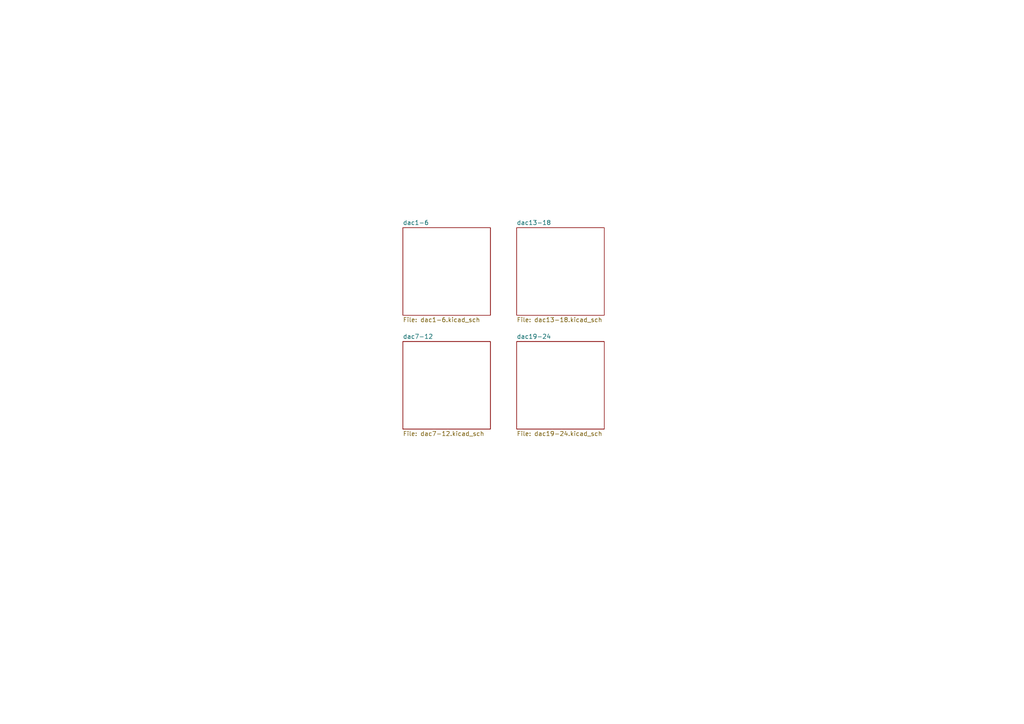
<source format=kicad_sch>
(kicad_sch
	(version 20250114)
	(generator "eeschema")
	(generator_version "9.0")
	(uuid "358f3ae5-678c-4128-a775-38ad6a667378")
	(paper "A4")
	(lib_symbols)
	(sheet
		(at 116.84 66.04)
		(size 25.4 25.4)
		(exclude_from_sim no)
		(in_bom yes)
		(on_board yes)
		(dnp no)
		(fields_autoplaced yes)
		(stroke
			(width 0.1524)
			(type solid)
		)
		(fill
			(color 0 0 0 0.0000)
		)
		(uuid "6c6b5dde-1189-4157-9e0e-d1987b8752a8")
		(property "Sheetname" "dac1-6"
			(at 116.84 65.3284 0)
			(effects
				(font
					(size 1.27 1.27)
				)
				(justify left bottom)
			)
		)
		(property "Sheetfile" "dac1-6.kicad_sch"
			(at 116.84 92.0246 0)
			(effects
				(font
					(size 1.27 1.27)
				)
				(justify left top)
			)
		)
		(property "Field2" ""
			(at 116.84 66.04 0)
			(effects
				(font
					(size 1.27 1.27)
				)
				(hide yes)
			)
		)
		(instances
			(project "dacboard"
				(path "/35cb74e4-0f64-454b-9b50-bfac13ed28a5/78597d6c-f167-4e25-99ec-27c10aa3b74b"
					(page "5")
				)
			)
		)
	)
	(sheet
		(at 116.84 99.06)
		(size 25.4 25.4)
		(exclude_from_sim no)
		(in_bom yes)
		(on_board yes)
		(dnp no)
		(fields_autoplaced yes)
		(stroke
			(width 0.1524)
			(type solid)
		)
		(fill
			(color 0 0 0 0.0000)
		)
		(uuid "7256813f-126c-4da9-88ae-b15cd06c6f9a")
		(property "Sheetname" "dac7-12"
			(at 116.84 98.3484 0)
			(effects
				(font
					(size 1.27 1.27)
				)
				(justify left bottom)
			)
		)
		(property "Sheetfile" "dac7-12.kicad_sch"
			(at 116.84 125.0446 0)
			(effects
				(font
					(size 1.27 1.27)
				)
				(justify left top)
			)
		)
		(property "Field2" ""
			(at 116.84 99.06 0)
			(effects
				(font
					(size 1.27 1.27)
				)
				(hide yes)
			)
		)
		(instances
			(project "dacboard"
				(path "/35cb74e4-0f64-454b-9b50-bfac13ed28a5/78597d6c-f167-4e25-99ec-27c10aa3b74b"
					(page "6")
				)
			)
		)
	)
	(sheet
		(at 149.86 99.06)
		(size 25.4 25.4)
		(exclude_from_sim no)
		(in_bom yes)
		(on_board yes)
		(dnp no)
		(fields_autoplaced yes)
		(stroke
			(width 0.1524)
			(type solid)
		)
		(fill
			(color 0 0 0 0.0000)
		)
		(uuid "7ca62bcc-c819-4351-b304-a5e683147af1")
		(property "Sheetname" "dac19-24"
			(at 149.86 98.3484 0)
			(effects
				(font
					(size 1.27 1.27)
				)
				(justify left bottom)
			)
		)
		(property "Sheetfile" "dac19-24.kicad_sch"
			(at 149.86 125.0446 0)
			(effects
				(font
					(size 1.27 1.27)
				)
				(justify left top)
			)
		)
		(instances
			(project "dacboard"
				(path "/35cb74e4-0f64-454b-9b50-bfac13ed28a5/78597d6c-f167-4e25-99ec-27c10aa3b74b"
					(page "8")
				)
			)
		)
	)
	(sheet
		(at 149.86 66.04)
		(size 25.4 25.4)
		(exclude_from_sim no)
		(in_bom yes)
		(on_board yes)
		(dnp no)
		(fields_autoplaced yes)
		(stroke
			(width 0.1524)
			(type solid)
		)
		(fill
			(color 0 0 0 0.0000)
		)
		(uuid "99fb9320-ad97-4c13-89f2-bc1b34ba8677")
		(property "Sheetname" "dac13-18"
			(at 149.86 65.3284 0)
			(effects
				(font
					(size 1.27 1.27)
				)
				(justify left bottom)
			)
		)
		(property "Sheetfile" "dac13-18.kicad_sch"
			(at 149.86 92.0246 0)
			(effects
				(font
					(size 1.27 1.27)
				)
				(justify left top)
			)
		)
		(property "Field2" ""
			(at 149.86 66.04 0)
			(effects
				(font
					(size 1.27 1.27)
				)
			)
		)
		(instances
			(project "dacboard"
				(path "/35cb74e4-0f64-454b-9b50-bfac13ed28a5/78597d6c-f167-4e25-99ec-27c10aa3b74b"
					(page "7")
				)
			)
		)
	)
)

</source>
